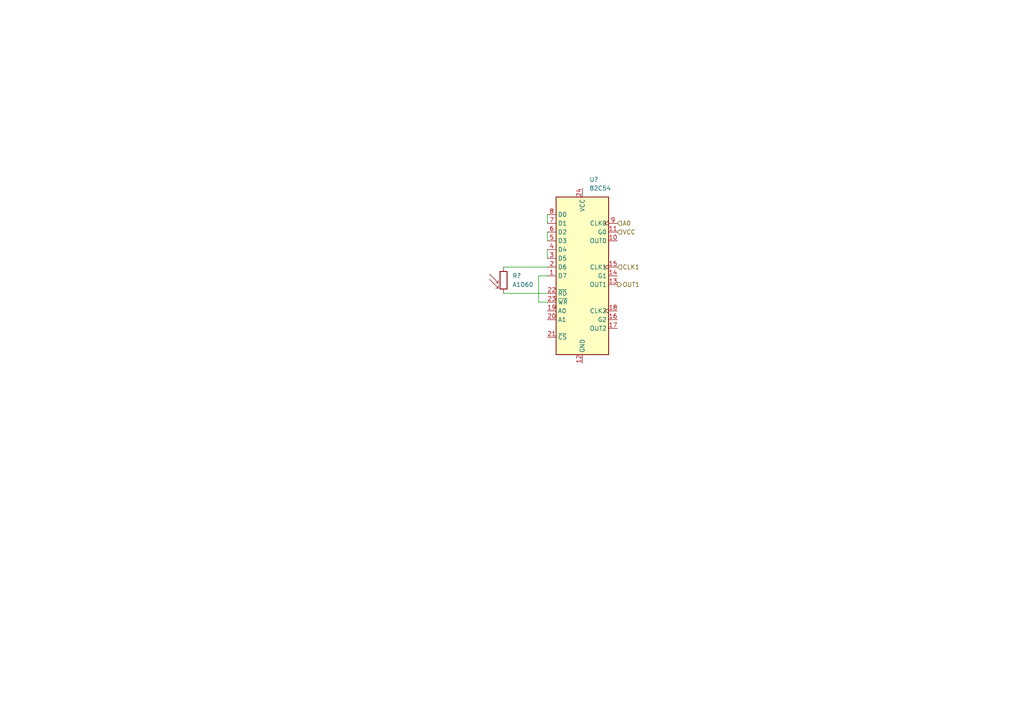
<source format=kicad_sch>
(kicad_sch (version 20211123) (generator eeschema)
  (paper "A4")
  (lib_symbols
    (symbol "Sensor_Optical:A1060" (pin_numbers hide) (pin_names (offset 0))
      (property "Reference" "R" (at -5.08 0 90))
      (property "Value" "A1060" (at 1.905 0 90))
      (symbol "A1060_0_1"
        (rectangle (start -1.016 2.54) (end 1.016 -2.54) (stroke (width 0.254)))
        (polyline (pts (xy -1.524 -2.286) (xy -4.064 0.254)))
        (polyline (pts (xy -1.524 -2.286) (xy -2.286 -2.286)))
        (polyline (pts (xy -1.524 -2.286) (xy -1.524 -1.524)))
        (polyline (pts (xy -1.524 -0.762) (xy -4.064 1.778)))
        (polyline (pts (xy -1.524 -0.762) (xy -2.286 -0.762)))
        (polyline (pts (xy -1.524 -0.762) (xy -1.524 0)))
      )
      (symbol "A1060_1_1"
        (pin passive line (at 0 3.81 270) (length 1.27) (name "~") (number "1"))
        (pin passive line (at 0 -3.81 90) (length 1.27) (name "~") (number "2"))
      )
    )
    (symbol "Timer:82C54"
      (property "Reference" "U" (at -5.08 24.13 0))
      (property "Value" "82C54" (at 2.54 24.13 0))
      (symbol "82C54_0_1"
        (rectangle (start -7.62 -22.86) (end 7.62 22.86) (stroke (width 0.254)) (fill (type background)))
      )
      (symbol "82C54_1_1"
        (pin bidirectional line (at -10.16 0 0) (length 2.54) (name "D7") (number "1"))
        (pin output line (at 10.16 10.16 180) (length 2.54) (name "OUT0") (number "10"))
        (pin input line (at 10.16 12.7 180) (length 2.54) (name "G0") (number "11"))
        (pin power_in line (at 0 -25.4 90) (length 2.54) (name "GND") (number "12"))
        (pin output line (at 10.16 -2.54 180) (length 2.54) (name "OUT1") (number "13"))
        (pin input line (at 10.16 0 180) (length 2.54) (name "G1") (number "14"))
        (pin input clock (at 10.16 2.54 180) (length 2.54) (name "CLK1") (number "15"))
        (pin input line (at 10.16 -12.7 180) (length 2.54) (name "G2") (number "16"))
        (pin output line (at 10.16 -15.24 180) (length 2.54) (name "OUT2") (number "17"))
        (pin input clock (at 10.16 -10.16 180) (length 2.54) (name "CLK2") (number "18"))
        (pin input line (at -10.16 -10.16 0) (length 2.54) (name "A0") (number "19"))
        (pin bidirectional line (at -10.16 2.54 0) (length 2.54) (name "D6") (number "2"))
        (pin input line (at -10.16 -12.7 0) (length 2.54) (name "A1") (number "20"))
        (pin input line (at -10.16 -17.78 0) (length 2.54) (name "~{CS}") (number "21"))
        (pin input line (at -10.16 -5.08 0) (length 2.54) (name "~{RD}") (number "22"))
        (pin input line (at -10.16 -7.62 0) (length 2.54) (name "~{WR}") (number "23"))
        (pin power_in line (at 0 25.4 270) (length 2.54) (name "VCC") (number "24"))
        (pin bidirectional line (at -10.16 5.08 0) (length 2.54) (name "D5") (number "3"))
        (pin bidirectional line (at -10.16 7.62 0) (length 2.54) (name "D4") (number "4"))
        (pin bidirectional line (at -10.16 10.16 0) (length 2.54) (name "D3") (number "5"))
        (pin bidirectional line (at -10.16 12.7 0) (length 2.54) (name "D2") (number "6"))
        (pin bidirectional line (at -10.16 15.24 0) (length 2.54) (name "D1") (number "7"))
        (pin bidirectional line (at -10.16 17.78 0) (length 2.54) (name "D0") (number "8"))
        (pin input clock (at 10.16 15.24 180) (length 2.54) (name "CLK0") (number "9"))
      )
    )
  )
  (wire (pts (xy 156.21 87.63) (xy 158.75 87.63)))
  (wire (pts (xy 146.05 77.47) (xy 158.75 77.47)))
  (wire (pts (xy 158.75 80.01) (xy 156.21 80.01)))
  (wire (pts (xy 158.75 72.39) (xy 158.75 74.93)))
  (wire (pts (xy 156.21 80.01) (xy 156.21 87.63)))
  (wire (pts (xy 146.05 85.09) (xy 158.75 85.09)))
  (wire (pts (xy 158.75 62.23) (xy 158.75 64.77)))
  (wire (pts (xy 158.75 67.31) (xy 158.75 69.85)))
  (hierarchical_label "CLK1" (shape input) (at 179.07 77.47 0))
  (hierarchical_label "A0" (shape input) (at 179.07 64.77 0))
  (hierarchical_label "VCC" (shape input) (at 179.07 67.31 0))
  (hierarchical_label "OUT1" (shape output) (at 179.07 82.55 0))
  (symbol (lib_id "Sensor_Optical:A1060") (at 146.05 81.28 0) (unit 1)
    (property "Reference" "R?" (at 148.59 80.0099 0) (effects (justify left)))
    (property "Value" "A1060" (at 148.59 82.5499 0) (effects (justify left)))
    (property "Footprint" "OptoDevice:R_LDR_D6.4mm_P3.4mm_Vertical" (effects hide))
    (property "Datasheet" "http://cdn-reichelt.de/documents/datenblatt/A500/A106012.pdf" (effects hide))
  )
  (symbol (lib_id "Timer:82C54") (at 168.91 80.01 0) (unit 1)
    (property "Reference" "U?" (at 170.9294 52.07 0) (effects (justify left)))
    (property "Value" "82C54" (at 170.9294 54.61 0) (effects (justify left)))
    (property "Footprint" "Package_DIP:DIP-24_W15.24mm" (effects hide))
    (property "Datasheet" "http://download.intel.com/design/archives/periphrl/docs/23124406.pdf" (effects hide))
  )
)
</source>
